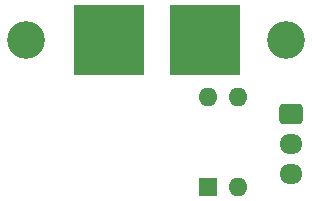
<source format=gbr>
%TF.GenerationSoftware,KiCad,Pcbnew,8.0.2-1*%
%TF.CreationDate,2024-06-03T07:21:58-07:00*%
%TF.ProjectId,Nichrome,4e696368-726f-46d6-952e-6b696361645f,rev?*%
%TF.SameCoordinates,Original*%
%TF.FileFunction,Soldermask,Top*%
%TF.FilePolarity,Negative*%
%FSLAX46Y46*%
G04 Gerber Fmt 4.6, Leading zero omitted, Abs format (unit mm)*
G04 Created by KiCad (PCBNEW 8.0.2-1) date 2024-06-03 07:21:58*
%MOMM*%
%LPD*%
G01*
G04 APERTURE LIST*
G04 Aperture macros list*
%AMRoundRect*
0 Rectangle with rounded corners*
0 $1 Rounding radius*
0 $2 $3 $4 $5 $6 $7 $8 $9 X,Y pos of 4 corners*
0 Add a 4 corners polygon primitive as box body*
4,1,4,$2,$3,$4,$5,$6,$7,$8,$9,$2,$3,0*
0 Add four circle primitives for the rounded corners*
1,1,$1+$1,$2,$3*
1,1,$1+$1,$4,$5*
1,1,$1+$1,$6,$7*
1,1,$1+$1,$8,$9*
0 Add four rect primitives between the rounded corners*
20,1,$1+$1,$2,$3,$4,$5,0*
20,1,$1+$1,$4,$5,$6,$7,0*
20,1,$1+$1,$6,$7,$8,$9,0*
20,1,$1+$1,$8,$9,$2,$3,0*%
G04 Aperture macros list end*
%ADD10C,3.200000*%
%ADD11RoundRect,0.250000X-0.725000X0.600000X-0.725000X-0.600000X0.725000X-0.600000X0.725000X0.600000X0*%
%ADD12O,1.950000X1.700000*%
%ADD13R,6.000000X6.000000*%
%ADD14R,1.600000X1.600000*%
%ADD15O,1.600000X1.600000*%
G04 APERTURE END LIST*
D10*
%TO.C,H2*%
X153600000Y-113200000D03*
%TD*%
D11*
%TO.C,J1*%
X176000000Y-119500000D03*
D12*
X176000000Y-122000000D03*
X176000000Y-124500000D03*
%TD*%
D13*
%TO.C,R1*%
X160600000Y-113200000D03*
X168728000Y-113200000D03*
%TD*%
D14*
%TO.C,U1*%
X168960000Y-125620000D03*
D15*
X171500000Y-125620000D03*
X171500000Y-118000000D03*
X168960000Y-118000000D03*
%TD*%
D10*
%TO.C,H1*%
X175600000Y-113200000D03*
%TD*%
M02*

</source>
